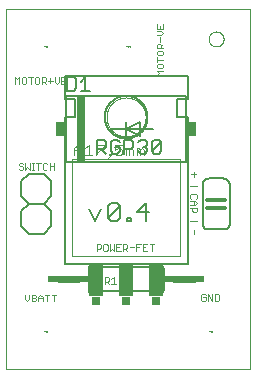
<source format=gto>
G75*
%MOIN*%
%OFA0B0*%
%FSLAX25Y25*%
%IPPOS*%
%LPD*%
%AMOC8*
5,1,8,0,0,1.08239X$1,22.5*
%
%ADD10C,0.00000*%
%ADD11C,0.00200*%
%ADD12C,0.00800*%
%ADD13C,0.00600*%
%ADD14C,0.01200*%
%ADD15C,0.00500*%
%ADD16R,0.03000X0.22000*%
%ADD17R,0.03500X0.05000*%
%ADD18C,0.00400*%
%ADD19R,0.03000X0.02500*%
%ADD20R,0.05000X0.11000*%
%ADD21C,0.02400*%
%ADD22R,0.03400X0.02400*%
D10*
X0001800Y0001800D02*
X0001800Y0121761D01*
X0083001Y0121761D01*
X0083001Y0001800D01*
X0001800Y0001800D01*
X0014300Y0014300D02*
X0014333Y0014333D01*
X0014367Y0014300D01*
X0014367Y0014400D01*
X0014392Y0014400D02*
X0014425Y0014400D01*
X0014409Y0014400D02*
X0014409Y0014300D01*
X0014425Y0014300D02*
X0014392Y0014300D01*
X0014453Y0014300D02*
X0014453Y0014400D01*
X0014503Y0014400D01*
X0014520Y0014383D01*
X0014520Y0014350D01*
X0014503Y0014333D01*
X0014453Y0014333D01*
X0014487Y0014333D02*
X0014520Y0014300D01*
X0014546Y0014300D02*
X0014612Y0014300D01*
X0014638Y0014300D02*
X0014638Y0014400D01*
X0014688Y0014400D01*
X0014704Y0014383D01*
X0014704Y0014350D01*
X0014688Y0014333D01*
X0014638Y0014333D01*
X0014579Y0014350D02*
X0014546Y0014350D01*
X0014546Y0014400D02*
X0014546Y0014300D01*
X0014546Y0014400D02*
X0014612Y0014400D01*
X0014730Y0014367D02*
X0014763Y0014400D01*
X0014796Y0014367D01*
X0014796Y0014300D01*
X0014822Y0014300D02*
X0014872Y0014300D01*
X0014888Y0014317D01*
X0014888Y0014383D01*
X0014872Y0014400D01*
X0014822Y0014400D01*
X0014822Y0014300D01*
X0014796Y0014350D02*
X0014730Y0014350D01*
X0014730Y0014367D02*
X0014730Y0014300D01*
X0014914Y0014350D02*
X0014981Y0014350D01*
X0014964Y0014300D02*
X0014964Y0014400D01*
X0014914Y0014350D01*
X0015023Y0014317D02*
X0015023Y0014300D01*
X0015039Y0014300D01*
X0015039Y0014317D01*
X0015023Y0014317D01*
X0015039Y0014300D02*
X0015006Y0014267D01*
X0015067Y0014300D02*
X0015134Y0014300D01*
X0015159Y0014317D02*
X0015176Y0014300D01*
X0015209Y0014300D01*
X0015226Y0014317D01*
X0015226Y0014333D01*
X0015209Y0014350D01*
X0015159Y0014350D01*
X0015159Y0014317D01*
X0015159Y0014350D02*
X0015193Y0014383D01*
X0015226Y0014400D01*
X0015251Y0014383D02*
X0015251Y0014317D01*
X0015268Y0014300D01*
X0015301Y0014300D01*
X0015318Y0014317D01*
X0015318Y0014383D01*
X0015301Y0014400D01*
X0015268Y0014400D01*
X0015251Y0014383D01*
X0015344Y0014367D02*
X0015377Y0014400D01*
X0015377Y0014300D01*
X0015344Y0014300D02*
X0015410Y0014300D01*
X0015436Y0014267D02*
X0015469Y0014300D01*
X0015452Y0014300D01*
X0015452Y0014317D01*
X0015469Y0014317D01*
X0015469Y0014300D01*
X0015497Y0014317D02*
X0015514Y0014300D01*
X0015547Y0014300D01*
X0015564Y0014317D01*
X0015564Y0014333D01*
X0015547Y0014350D01*
X0015497Y0014350D01*
X0015497Y0014317D01*
X0015497Y0014350D02*
X0015530Y0014383D01*
X0015564Y0014400D01*
X0015101Y0014400D02*
X0015101Y0014300D01*
X0015067Y0014367D02*
X0015101Y0014400D01*
X0014300Y0014400D02*
X0014300Y0014300D01*
X0035300Y0085800D02*
X0035302Y0085961D01*
X0035308Y0086121D01*
X0035318Y0086282D01*
X0035332Y0086442D01*
X0035350Y0086602D01*
X0035371Y0086761D01*
X0035397Y0086920D01*
X0035427Y0087078D01*
X0035460Y0087235D01*
X0035498Y0087392D01*
X0035539Y0087547D01*
X0035584Y0087701D01*
X0035633Y0087854D01*
X0035686Y0088006D01*
X0035742Y0088157D01*
X0035803Y0088306D01*
X0035866Y0088454D01*
X0035934Y0088600D01*
X0036005Y0088744D01*
X0036079Y0088886D01*
X0036157Y0089027D01*
X0036239Y0089165D01*
X0036324Y0089302D01*
X0036412Y0089436D01*
X0036504Y0089568D01*
X0036599Y0089698D01*
X0036697Y0089826D01*
X0036798Y0089951D01*
X0036902Y0090073D01*
X0037009Y0090193D01*
X0037119Y0090310D01*
X0037232Y0090425D01*
X0037348Y0090536D01*
X0037467Y0090645D01*
X0037588Y0090750D01*
X0037712Y0090853D01*
X0037838Y0090953D01*
X0037966Y0091049D01*
X0038097Y0091142D01*
X0038231Y0091232D01*
X0038366Y0091319D01*
X0038504Y0091402D01*
X0038643Y0091482D01*
X0038785Y0091558D01*
X0038928Y0091631D01*
X0039073Y0091700D01*
X0039220Y0091766D01*
X0039368Y0091828D01*
X0039518Y0091886D01*
X0039669Y0091941D01*
X0039822Y0091992D01*
X0039976Y0092039D01*
X0040131Y0092082D01*
X0040287Y0092121D01*
X0040443Y0092157D01*
X0040601Y0092188D01*
X0040759Y0092216D01*
X0040918Y0092240D01*
X0041078Y0092260D01*
X0041238Y0092276D01*
X0041398Y0092288D01*
X0041559Y0092296D01*
X0041720Y0092300D01*
X0041880Y0092300D01*
X0042041Y0092296D01*
X0042202Y0092288D01*
X0042362Y0092276D01*
X0042522Y0092260D01*
X0042682Y0092240D01*
X0042841Y0092216D01*
X0042999Y0092188D01*
X0043157Y0092157D01*
X0043313Y0092121D01*
X0043469Y0092082D01*
X0043624Y0092039D01*
X0043778Y0091992D01*
X0043931Y0091941D01*
X0044082Y0091886D01*
X0044232Y0091828D01*
X0044380Y0091766D01*
X0044527Y0091700D01*
X0044672Y0091631D01*
X0044815Y0091558D01*
X0044957Y0091482D01*
X0045096Y0091402D01*
X0045234Y0091319D01*
X0045369Y0091232D01*
X0045503Y0091142D01*
X0045634Y0091049D01*
X0045762Y0090953D01*
X0045888Y0090853D01*
X0046012Y0090750D01*
X0046133Y0090645D01*
X0046252Y0090536D01*
X0046368Y0090425D01*
X0046481Y0090310D01*
X0046591Y0090193D01*
X0046698Y0090073D01*
X0046802Y0089951D01*
X0046903Y0089826D01*
X0047001Y0089698D01*
X0047096Y0089568D01*
X0047188Y0089436D01*
X0047276Y0089302D01*
X0047361Y0089165D01*
X0047443Y0089027D01*
X0047521Y0088886D01*
X0047595Y0088744D01*
X0047666Y0088600D01*
X0047734Y0088454D01*
X0047797Y0088306D01*
X0047858Y0088157D01*
X0047914Y0088006D01*
X0047967Y0087854D01*
X0048016Y0087701D01*
X0048061Y0087547D01*
X0048102Y0087392D01*
X0048140Y0087235D01*
X0048173Y0087078D01*
X0048203Y0086920D01*
X0048229Y0086761D01*
X0048250Y0086602D01*
X0048268Y0086442D01*
X0048282Y0086282D01*
X0048292Y0086121D01*
X0048298Y0085961D01*
X0048300Y0085800D01*
X0048298Y0085639D01*
X0048292Y0085479D01*
X0048282Y0085318D01*
X0048268Y0085158D01*
X0048250Y0084998D01*
X0048229Y0084839D01*
X0048203Y0084680D01*
X0048173Y0084522D01*
X0048140Y0084365D01*
X0048102Y0084208D01*
X0048061Y0084053D01*
X0048016Y0083899D01*
X0047967Y0083746D01*
X0047914Y0083594D01*
X0047858Y0083443D01*
X0047797Y0083294D01*
X0047734Y0083146D01*
X0047666Y0083000D01*
X0047595Y0082856D01*
X0047521Y0082714D01*
X0047443Y0082573D01*
X0047361Y0082435D01*
X0047276Y0082298D01*
X0047188Y0082164D01*
X0047096Y0082032D01*
X0047001Y0081902D01*
X0046903Y0081774D01*
X0046802Y0081649D01*
X0046698Y0081527D01*
X0046591Y0081407D01*
X0046481Y0081290D01*
X0046368Y0081175D01*
X0046252Y0081064D01*
X0046133Y0080955D01*
X0046012Y0080850D01*
X0045888Y0080747D01*
X0045762Y0080647D01*
X0045634Y0080551D01*
X0045503Y0080458D01*
X0045369Y0080368D01*
X0045234Y0080281D01*
X0045096Y0080198D01*
X0044957Y0080118D01*
X0044815Y0080042D01*
X0044672Y0079969D01*
X0044527Y0079900D01*
X0044380Y0079834D01*
X0044232Y0079772D01*
X0044082Y0079714D01*
X0043931Y0079659D01*
X0043778Y0079608D01*
X0043624Y0079561D01*
X0043469Y0079518D01*
X0043313Y0079479D01*
X0043157Y0079443D01*
X0042999Y0079412D01*
X0042841Y0079384D01*
X0042682Y0079360D01*
X0042522Y0079340D01*
X0042362Y0079324D01*
X0042202Y0079312D01*
X0042041Y0079304D01*
X0041880Y0079300D01*
X0041720Y0079300D01*
X0041559Y0079304D01*
X0041398Y0079312D01*
X0041238Y0079324D01*
X0041078Y0079340D01*
X0040918Y0079360D01*
X0040759Y0079384D01*
X0040601Y0079412D01*
X0040443Y0079443D01*
X0040287Y0079479D01*
X0040131Y0079518D01*
X0039976Y0079561D01*
X0039822Y0079608D01*
X0039669Y0079659D01*
X0039518Y0079714D01*
X0039368Y0079772D01*
X0039220Y0079834D01*
X0039073Y0079900D01*
X0038928Y0079969D01*
X0038785Y0080042D01*
X0038643Y0080118D01*
X0038504Y0080198D01*
X0038366Y0080281D01*
X0038231Y0080368D01*
X0038097Y0080458D01*
X0037966Y0080551D01*
X0037838Y0080647D01*
X0037712Y0080747D01*
X0037588Y0080850D01*
X0037467Y0080955D01*
X0037348Y0081064D01*
X0037232Y0081175D01*
X0037119Y0081290D01*
X0037009Y0081407D01*
X0036902Y0081527D01*
X0036798Y0081649D01*
X0036697Y0081774D01*
X0036599Y0081902D01*
X0036504Y0082032D01*
X0036412Y0082164D01*
X0036324Y0082298D01*
X0036239Y0082435D01*
X0036157Y0082573D01*
X0036079Y0082714D01*
X0036005Y0082856D01*
X0035934Y0083000D01*
X0035866Y0083146D01*
X0035803Y0083294D01*
X0035742Y0083443D01*
X0035686Y0083594D01*
X0035633Y0083746D01*
X0035584Y0083899D01*
X0035539Y0084053D01*
X0035498Y0084208D01*
X0035460Y0084365D01*
X0035427Y0084522D01*
X0035397Y0084680D01*
X0035371Y0084839D01*
X0035350Y0084998D01*
X0035332Y0085158D01*
X0035318Y0085318D01*
X0035308Y0085479D01*
X0035302Y0085639D01*
X0035300Y0085800D01*
X0041800Y0109300D02*
X0041833Y0109333D01*
X0041867Y0109300D01*
X0041867Y0109400D01*
X0041892Y0109400D02*
X0041925Y0109400D01*
X0041909Y0109400D02*
X0041909Y0109300D01*
X0041925Y0109300D02*
X0041892Y0109300D01*
X0041953Y0109300D02*
X0041953Y0109400D01*
X0042003Y0109400D01*
X0042020Y0109383D01*
X0042020Y0109350D01*
X0042003Y0109333D01*
X0041953Y0109333D01*
X0041987Y0109333D02*
X0042020Y0109300D01*
X0042046Y0109300D02*
X0042112Y0109300D01*
X0042138Y0109300D02*
X0042138Y0109400D01*
X0042188Y0109400D01*
X0042204Y0109383D01*
X0042204Y0109350D01*
X0042188Y0109333D01*
X0042138Y0109333D01*
X0042079Y0109350D02*
X0042046Y0109350D01*
X0042046Y0109400D02*
X0042046Y0109300D01*
X0042046Y0109400D02*
X0042112Y0109400D01*
X0042230Y0109367D02*
X0042263Y0109400D01*
X0042296Y0109367D01*
X0042296Y0109300D01*
X0042322Y0109300D02*
X0042372Y0109300D01*
X0042388Y0109317D01*
X0042388Y0109383D01*
X0042372Y0109400D01*
X0042322Y0109400D01*
X0042322Y0109300D01*
X0042296Y0109350D02*
X0042230Y0109350D01*
X0042230Y0109367D02*
X0042230Y0109300D01*
X0042414Y0109350D02*
X0042481Y0109350D01*
X0042464Y0109300D02*
X0042464Y0109400D01*
X0042414Y0109350D01*
X0042523Y0109317D02*
X0042523Y0109300D01*
X0042539Y0109300D01*
X0042539Y0109317D01*
X0042523Y0109317D01*
X0042539Y0109300D02*
X0042506Y0109267D01*
X0042567Y0109300D02*
X0042634Y0109300D01*
X0042659Y0109317D02*
X0042676Y0109300D01*
X0042709Y0109300D01*
X0042726Y0109317D01*
X0042726Y0109333D01*
X0042709Y0109350D01*
X0042659Y0109350D01*
X0042659Y0109317D01*
X0042659Y0109350D02*
X0042693Y0109383D01*
X0042726Y0109400D01*
X0042751Y0109383D02*
X0042751Y0109317D01*
X0042768Y0109300D01*
X0042801Y0109300D01*
X0042818Y0109317D01*
X0042818Y0109383D01*
X0042801Y0109400D01*
X0042768Y0109400D01*
X0042751Y0109383D01*
X0042844Y0109367D02*
X0042877Y0109400D01*
X0042877Y0109300D01*
X0042844Y0109300D02*
X0042910Y0109300D01*
X0042936Y0109267D02*
X0042969Y0109300D01*
X0042952Y0109300D01*
X0042952Y0109317D01*
X0042969Y0109317D01*
X0042969Y0109300D01*
X0042997Y0109317D02*
X0043014Y0109300D01*
X0043047Y0109300D01*
X0043064Y0109317D01*
X0043064Y0109333D01*
X0043047Y0109350D01*
X0042997Y0109350D01*
X0042997Y0109317D01*
X0042997Y0109350D02*
X0043030Y0109383D01*
X0043064Y0109400D01*
X0042601Y0109400D02*
X0042601Y0109300D01*
X0042567Y0109367D02*
X0042601Y0109400D01*
X0041800Y0109400D02*
X0041800Y0109300D01*
X0015564Y0109317D02*
X0015564Y0109333D01*
X0015547Y0109350D01*
X0015497Y0109350D01*
X0015497Y0109317D01*
X0015514Y0109300D01*
X0015547Y0109300D01*
X0015564Y0109317D01*
X0015530Y0109383D02*
X0015497Y0109350D01*
X0015469Y0109317D02*
X0015452Y0109317D01*
X0015452Y0109300D01*
X0015469Y0109300D01*
X0015469Y0109317D01*
X0015469Y0109300D02*
X0015436Y0109267D01*
X0015410Y0109300D02*
X0015344Y0109300D01*
X0015318Y0109317D02*
X0015318Y0109383D01*
X0015301Y0109400D01*
X0015268Y0109400D01*
X0015251Y0109383D01*
X0015251Y0109317D01*
X0015268Y0109300D01*
X0015301Y0109300D01*
X0015318Y0109317D01*
X0015344Y0109367D02*
X0015377Y0109400D01*
X0015377Y0109300D01*
X0015226Y0109317D02*
X0015226Y0109333D01*
X0015209Y0109350D01*
X0015159Y0109350D01*
X0015159Y0109317D01*
X0015176Y0109300D01*
X0015209Y0109300D01*
X0015226Y0109317D01*
X0015193Y0109383D02*
X0015159Y0109350D01*
X0015193Y0109383D02*
X0015226Y0109400D01*
X0015101Y0109400D02*
X0015101Y0109300D01*
X0015134Y0109300D02*
X0015067Y0109300D01*
X0015039Y0109300D02*
X0015023Y0109300D01*
X0015023Y0109317D01*
X0015039Y0109317D01*
X0015039Y0109300D01*
X0015006Y0109267D01*
X0014964Y0109300D02*
X0014964Y0109400D01*
X0014914Y0109350D01*
X0014981Y0109350D01*
X0015067Y0109367D02*
X0015101Y0109400D01*
X0014888Y0109383D02*
X0014872Y0109400D01*
X0014822Y0109400D01*
X0014822Y0109300D01*
X0014872Y0109300D01*
X0014888Y0109317D01*
X0014888Y0109383D01*
X0014796Y0109367D02*
X0014796Y0109300D01*
X0014796Y0109350D02*
X0014730Y0109350D01*
X0014730Y0109367D02*
X0014763Y0109400D01*
X0014796Y0109367D01*
X0014730Y0109367D02*
X0014730Y0109300D01*
X0014688Y0109333D02*
X0014638Y0109333D01*
X0014638Y0109300D02*
X0014638Y0109400D01*
X0014688Y0109400D01*
X0014704Y0109383D01*
X0014704Y0109350D01*
X0014688Y0109333D01*
X0014612Y0109300D02*
X0014546Y0109300D01*
X0014546Y0109400D01*
X0014612Y0109400D01*
X0014579Y0109350D02*
X0014546Y0109350D01*
X0014520Y0109350D02*
X0014503Y0109333D01*
X0014453Y0109333D01*
X0014453Y0109300D02*
X0014453Y0109400D01*
X0014503Y0109400D01*
X0014520Y0109383D01*
X0014520Y0109350D01*
X0014487Y0109333D02*
X0014520Y0109300D01*
X0014425Y0109300D02*
X0014392Y0109300D01*
X0014409Y0109300D02*
X0014409Y0109400D01*
X0014425Y0109400D02*
X0014392Y0109400D01*
X0014367Y0109400D02*
X0014367Y0109300D01*
X0014333Y0109333D01*
X0014300Y0109300D01*
X0014300Y0109400D01*
X0015530Y0109383D02*
X0015564Y0109400D01*
X0069300Y0111800D02*
X0069302Y0111899D01*
X0069308Y0111999D01*
X0069318Y0112098D01*
X0069332Y0112196D01*
X0069349Y0112294D01*
X0069371Y0112391D01*
X0069396Y0112487D01*
X0069425Y0112582D01*
X0069458Y0112676D01*
X0069495Y0112768D01*
X0069535Y0112859D01*
X0069579Y0112948D01*
X0069627Y0113036D01*
X0069678Y0113121D01*
X0069732Y0113204D01*
X0069789Y0113286D01*
X0069850Y0113364D01*
X0069914Y0113441D01*
X0069980Y0113514D01*
X0070050Y0113585D01*
X0070122Y0113653D01*
X0070197Y0113719D01*
X0070275Y0113781D01*
X0070355Y0113840D01*
X0070437Y0113896D01*
X0070521Y0113948D01*
X0070608Y0113997D01*
X0070696Y0114043D01*
X0070786Y0114085D01*
X0070878Y0114124D01*
X0070971Y0114159D01*
X0071065Y0114190D01*
X0071161Y0114217D01*
X0071258Y0114240D01*
X0071355Y0114260D01*
X0071453Y0114276D01*
X0071552Y0114288D01*
X0071651Y0114296D01*
X0071750Y0114300D01*
X0071850Y0114300D01*
X0071949Y0114296D01*
X0072048Y0114288D01*
X0072147Y0114276D01*
X0072245Y0114260D01*
X0072342Y0114240D01*
X0072439Y0114217D01*
X0072535Y0114190D01*
X0072629Y0114159D01*
X0072722Y0114124D01*
X0072814Y0114085D01*
X0072904Y0114043D01*
X0072992Y0113997D01*
X0073079Y0113948D01*
X0073163Y0113896D01*
X0073245Y0113840D01*
X0073325Y0113781D01*
X0073403Y0113719D01*
X0073478Y0113653D01*
X0073550Y0113585D01*
X0073620Y0113514D01*
X0073686Y0113441D01*
X0073750Y0113364D01*
X0073811Y0113286D01*
X0073868Y0113204D01*
X0073922Y0113121D01*
X0073973Y0113036D01*
X0074021Y0112948D01*
X0074065Y0112859D01*
X0074105Y0112768D01*
X0074142Y0112676D01*
X0074175Y0112582D01*
X0074204Y0112487D01*
X0074229Y0112391D01*
X0074251Y0112294D01*
X0074268Y0112196D01*
X0074282Y0112098D01*
X0074292Y0111999D01*
X0074298Y0111899D01*
X0074300Y0111800D01*
X0074298Y0111701D01*
X0074292Y0111601D01*
X0074282Y0111502D01*
X0074268Y0111404D01*
X0074251Y0111306D01*
X0074229Y0111209D01*
X0074204Y0111113D01*
X0074175Y0111018D01*
X0074142Y0110924D01*
X0074105Y0110832D01*
X0074065Y0110741D01*
X0074021Y0110652D01*
X0073973Y0110564D01*
X0073922Y0110479D01*
X0073868Y0110396D01*
X0073811Y0110314D01*
X0073750Y0110236D01*
X0073686Y0110159D01*
X0073620Y0110086D01*
X0073550Y0110015D01*
X0073478Y0109947D01*
X0073403Y0109881D01*
X0073325Y0109819D01*
X0073245Y0109760D01*
X0073163Y0109704D01*
X0073079Y0109652D01*
X0072992Y0109603D01*
X0072904Y0109557D01*
X0072814Y0109515D01*
X0072722Y0109476D01*
X0072629Y0109441D01*
X0072535Y0109410D01*
X0072439Y0109383D01*
X0072342Y0109360D01*
X0072245Y0109340D01*
X0072147Y0109324D01*
X0072048Y0109312D01*
X0071949Y0109304D01*
X0071850Y0109300D01*
X0071750Y0109300D01*
X0071651Y0109304D01*
X0071552Y0109312D01*
X0071453Y0109324D01*
X0071355Y0109340D01*
X0071258Y0109360D01*
X0071161Y0109383D01*
X0071065Y0109410D01*
X0070971Y0109441D01*
X0070878Y0109476D01*
X0070786Y0109515D01*
X0070696Y0109557D01*
X0070608Y0109603D01*
X0070521Y0109652D01*
X0070437Y0109704D01*
X0070355Y0109760D01*
X0070275Y0109819D01*
X0070197Y0109881D01*
X0070122Y0109947D01*
X0070050Y0110015D01*
X0069980Y0110086D01*
X0069914Y0110159D01*
X0069850Y0110236D01*
X0069789Y0110314D01*
X0069732Y0110396D01*
X0069678Y0110479D01*
X0069627Y0110564D01*
X0069579Y0110652D01*
X0069535Y0110741D01*
X0069495Y0110832D01*
X0069458Y0110924D01*
X0069425Y0111018D01*
X0069396Y0111113D01*
X0069371Y0111209D01*
X0069349Y0111306D01*
X0069332Y0111404D01*
X0069318Y0111502D01*
X0069308Y0111601D01*
X0069302Y0111701D01*
X0069300Y0111800D01*
X0069300Y0014400D02*
X0069300Y0014300D01*
X0069333Y0014333D01*
X0069367Y0014300D01*
X0069367Y0014400D01*
X0069392Y0014400D02*
X0069425Y0014400D01*
X0069409Y0014400D02*
X0069409Y0014300D01*
X0069425Y0014300D02*
X0069392Y0014300D01*
X0069453Y0014300D02*
X0069453Y0014400D01*
X0069503Y0014400D01*
X0069520Y0014383D01*
X0069520Y0014350D01*
X0069503Y0014333D01*
X0069453Y0014333D01*
X0069487Y0014333D02*
X0069520Y0014300D01*
X0069546Y0014300D02*
X0069612Y0014300D01*
X0069638Y0014300D02*
X0069638Y0014400D01*
X0069688Y0014400D01*
X0069704Y0014383D01*
X0069704Y0014350D01*
X0069688Y0014333D01*
X0069638Y0014333D01*
X0069579Y0014350D02*
X0069546Y0014350D01*
X0069546Y0014400D02*
X0069546Y0014300D01*
X0069546Y0014400D02*
X0069612Y0014400D01*
X0069730Y0014367D02*
X0069763Y0014400D01*
X0069796Y0014367D01*
X0069796Y0014300D01*
X0069822Y0014300D02*
X0069872Y0014300D01*
X0069888Y0014317D01*
X0069888Y0014383D01*
X0069872Y0014400D01*
X0069822Y0014400D01*
X0069822Y0014300D01*
X0069796Y0014350D02*
X0069730Y0014350D01*
X0069730Y0014367D02*
X0069730Y0014300D01*
X0069914Y0014350D02*
X0069981Y0014350D01*
X0069964Y0014300D02*
X0069964Y0014400D01*
X0069914Y0014350D01*
X0070023Y0014317D02*
X0070023Y0014300D01*
X0070039Y0014300D01*
X0070039Y0014317D01*
X0070023Y0014317D01*
X0070039Y0014300D02*
X0070006Y0014267D01*
X0070067Y0014300D02*
X0070134Y0014300D01*
X0070159Y0014317D02*
X0070176Y0014300D01*
X0070209Y0014300D01*
X0070226Y0014317D01*
X0070226Y0014333D01*
X0070209Y0014350D01*
X0070159Y0014350D01*
X0070159Y0014317D01*
X0070159Y0014350D02*
X0070193Y0014383D01*
X0070226Y0014400D01*
X0070251Y0014383D02*
X0070251Y0014317D01*
X0070268Y0014300D01*
X0070301Y0014300D01*
X0070318Y0014317D01*
X0070318Y0014383D01*
X0070301Y0014400D01*
X0070268Y0014400D01*
X0070251Y0014383D01*
X0070344Y0014367D02*
X0070377Y0014400D01*
X0070377Y0014300D01*
X0070344Y0014300D02*
X0070410Y0014300D01*
X0070436Y0014267D02*
X0070469Y0014300D01*
X0070452Y0014300D01*
X0070452Y0014317D01*
X0070469Y0014317D01*
X0070469Y0014300D01*
X0070497Y0014317D02*
X0070514Y0014300D01*
X0070547Y0014300D01*
X0070564Y0014317D01*
X0070564Y0014333D01*
X0070547Y0014350D01*
X0070497Y0014350D01*
X0070497Y0014317D01*
X0070497Y0014350D02*
X0070530Y0014383D01*
X0070564Y0014400D01*
X0070101Y0014400D02*
X0070101Y0014300D01*
X0070067Y0014367D02*
X0070101Y0014400D01*
D11*
X0070531Y0024539D02*
X0070531Y0026740D01*
X0071273Y0026740D02*
X0072374Y0026740D01*
X0072741Y0026373D01*
X0072741Y0024906D01*
X0072374Y0024539D01*
X0071273Y0024539D01*
X0071273Y0026740D01*
X0069063Y0026740D02*
X0069063Y0024539D01*
X0068321Y0024906D02*
X0068321Y0025640D01*
X0067587Y0025640D01*
X0068321Y0026373D02*
X0067954Y0026740D01*
X0067220Y0026740D01*
X0066853Y0026373D01*
X0066853Y0024906D01*
X0067220Y0024539D01*
X0067954Y0024539D01*
X0068321Y0024906D01*
X0069063Y0026740D02*
X0070531Y0024539D01*
X0059800Y0039300D02*
X0059800Y0071800D01*
X0023800Y0071800D01*
X0023800Y0039300D01*
X0059800Y0039300D01*
X0064301Y0046761D02*
X0064301Y0048229D01*
X0065402Y0051175D02*
X0063200Y0051175D01*
X0064301Y0054127D02*
X0063934Y0054494D01*
X0063934Y0055595D01*
X0063200Y0055595D02*
X0065402Y0055595D01*
X0065402Y0054494D01*
X0065035Y0054127D01*
X0064301Y0054127D01*
X0064301Y0056337D02*
X0064301Y0057805D01*
X0064668Y0057805D02*
X0065402Y0057071D01*
X0064668Y0056337D01*
X0063200Y0056337D01*
X0063200Y0057805D02*
X0064668Y0057805D01*
X0065035Y0058547D02*
X0065402Y0058914D01*
X0065402Y0059648D01*
X0065035Y0060015D01*
X0063567Y0060015D01*
X0063200Y0059648D01*
X0063200Y0058914D01*
X0063567Y0058547D01*
X0063200Y0062961D02*
X0065402Y0062961D01*
X0064301Y0065913D02*
X0064301Y0067381D01*
X0065035Y0066647D02*
X0063567Y0066647D01*
X0051102Y0043402D02*
X0049635Y0043402D01*
X0050369Y0043402D02*
X0050369Y0041200D01*
X0048893Y0041200D02*
X0047425Y0041200D01*
X0047425Y0043402D01*
X0048893Y0043402D01*
X0048159Y0042301D02*
X0047425Y0042301D01*
X0046683Y0043402D02*
X0045215Y0043402D01*
X0045215Y0041200D01*
X0045215Y0042301D02*
X0045949Y0042301D01*
X0044473Y0042301D02*
X0043005Y0042301D01*
X0042263Y0042301D02*
X0041896Y0041934D01*
X0040795Y0041934D01*
X0041529Y0041934D02*
X0042263Y0041200D01*
X0042263Y0042301D02*
X0042263Y0043035D01*
X0041896Y0043402D01*
X0040795Y0043402D01*
X0040795Y0041200D01*
X0040053Y0041200D02*
X0038585Y0041200D01*
X0038585Y0043402D01*
X0040053Y0043402D01*
X0039319Y0042301D02*
X0038585Y0042301D01*
X0037843Y0041200D02*
X0037843Y0043402D01*
X0036375Y0043402D02*
X0036375Y0041200D01*
X0037109Y0041934D01*
X0037843Y0041200D01*
X0035633Y0041567D02*
X0035633Y0043035D01*
X0035266Y0043402D01*
X0034532Y0043402D01*
X0034165Y0043035D01*
X0034165Y0041567D01*
X0034532Y0041200D01*
X0035266Y0041200D01*
X0035633Y0041567D01*
X0033423Y0042301D02*
X0033056Y0041934D01*
X0031956Y0041934D01*
X0031956Y0041200D02*
X0031956Y0043402D01*
X0033056Y0043402D01*
X0033423Y0043035D01*
X0033423Y0042301D01*
X0034690Y0032402D02*
X0035791Y0032402D01*
X0036158Y0032035D01*
X0036158Y0031301D01*
X0035791Y0030934D01*
X0034690Y0030934D01*
X0034690Y0030200D02*
X0034690Y0032402D01*
X0035424Y0030934D02*
X0036158Y0030200D01*
X0036900Y0030200D02*
X0038368Y0030200D01*
X0037634Y0030200D02*
X0037634Y0032402D01*
X0036900Y0031668D01*
X0018415Y0026563D02*
X0016947Y0026563D01*
X0017681Y0026563D02*
X0017681Y0024361D01*
X0016205Y0026563D02*
X0014737Y0026563D01*
X0015471Y0026563D02*
X0015471Y0024361D01*
X0013995Y0024361D02*
X0013995Y0025829D01*
X0013261Y0026563D01*
X0012527Y0025829D01*
X0012527Y0024361D01*
X0011785Y0024728D02*
X0011418Y0024361D01*
X0010317Y0024361D01*
X0010317Y0026563D01*
X0011418Y0026563D01*
X0011785Y0026196D01*
X0011785Y0025829D01*
X0011418Y0025462D01*
X0010317Y0025462D01*
X0009575Y0025095D02*
X0009575Y0026563D01*
X0009575Y0025095D02*
X0008842Y0024361D01*
X0008108Y0025095D01*
X0008108Y0026563D01*
X0011418Y0025462D02*
X0011785Y0025095D01*
X0011785Y0024728D01*
X0012527Y0025462D02*
X0013995Y0025462D01*
X0014438Y0068235D02*
X0014071Y0068602D01*
X0014071Y0070070D01*
X0014438Y0070437D01*
X0015172Y0070437D01*
X0015539Y0070070D01*
X0016281Y0070437D02*
X0016281Y0068235D01*
X0015539Y0068602D02*
X0015172Y0068235D01*
X0014438Y0068235D01*
X0016281Y0069336D02*
X0017749Y0069336D01*
X0017749Y0070437D02*
X0017749Y0068235D01*
X0013330Y0070437D02*
X0011862Y0070437D01*
X0012596Y0070437D02*
X0012596Y0068235D01*
X0011122Y0068235D02*
X0010388Y0068235D01*
X0010755Y0068235D02*
X0010755Y0070437D01*
X0010388Y0070437D02*
X0011122Y0070437D01*
X0009646Y0070437D02*
X0009646Y0068235D01*
X0008912Y0068969D01*
X0008178Y0068235D01*
X0008178Y0070437D01*
X0007436Y0070070D02*
X0007070Y0070437D01*
X0006336Y0070437D01*
X0005969Y0070070D01*
X0005969Y0069703D01*
X0006336Y0069336D01*
X0007070Y0069336D01*
X0007436Y0068969D01*
X0007436Y0068602D01*
X0007070Y0068235D01*
X0006336Y0068235D01*
X0005969Y0068602D01*
X0006261Y0096861D02*
X0006261Y0099063D01*
X0005527Y0098329D01*
X0004793Y0099063D01*
X0004793Y0096861D01*
X0007003Y0097228D02*
X0007370Y0096861D01*
X0008104Y0096861D01*
X0008471Y0097228D01*
X0008471Y0098696D01*
X0008104Y0099063D01*
X0007370Y0099063D01*
X0007003Y0098696D01*
X0007003Y0097228D01*
X0009212Y0099063D02*
X0010680Y0099063D01*
X0009946Y0099063D02*
X0009946Y0096861D01*
X0011422Y0097228D02*
X0011789Y0096861D01*
X0012523Y0096861D01*
X0012890Y0097228D01*
X0012890Y0098696D01*
X0012523Y0099063D01*
X0011789Y0099063D01*
X0011422Y0098696D01*
X0011422Y0097228D01*
X0013632Y0096861D02*
X0013632Y0099063D01*
X0014733Y0099063D01*
X0015100Y0098696D01*
X0015100Y0097962D01*
X0014733Y0097595D01*
X0013632Y0097595D01*
X0014366Y0097595D02*
X0015100Y0096861D01*
X0015842Y0097962D02*
X0017310Y0097962D01*
X0018052Y0097595D02*
X0018786Y0096861D01*
X0019520Y0097595D01*
X0019520Y0099063D01*
X0020262Y0099063D02*
X0020262Y0096861D01*
X0021730Y0096861D01*
X0020996Y0097962D02*
X0020262Y0097962D01*
X0020262Y0099063D02*
X0021730Y0099063D01*
X0018052Y0099063D02*
X0018052Y0097595D01*
X0016576Y0097228D02*
X0016576Y0098696D01*
X0052037Y0099793D02*
X0052771Y0100527D01*
X0052037Y0101261D01*
X0054239Y0101261D01*
X0053872Y0102003D02*
X0054239Y0102370D01*
X0054239Y0103104D01*
X0053872Y0103471D01*
X0052404Y0103471D01*
X0052037Y0103104D01*
X0052037Y0102370D01*
X0052404Y0102003D01*
X0053872Y0102003D01*
X0054239Y0099793D02*
X0052037Y0099793D01*
X0052037Y0104212D02*
X0052037Y0105680D01*
X0052037Y0104946D02*
X0054239Y0104946D01*
X0053872Y0106422D02*
X0052404Y0106422D01*
X0052037Y0106789D01*
X0052037Y0107523D01*
X0052404Y0107890D01*
X0053872Y0107890D01*
X0054239Y0107523D01*
X0054239Y0106789D01*
X0053872Y0106422D01*
X0054239Y0108632D02*
X0052037Y0108632D01*
X0052037Y0109733D01*
X0052404Y0110100D01*
X0053138Y0110100D01*
X0053505Y0109733D01*
X0053505Y0108632D01*
X0053505Y0109366D02*
X0054239Y0110100D01*
X0053138Y0110842D02*
X0053138Y0112310D01*
X0053505Y0113052D02*
X0054239Y0113786D01*
X0053505Y0114520D01*
X0052037Y0114520D01*
X0052037Y0115262D02*
X0054239Y0115262D01*
X0054239Y0116730D01*
X0053138Y0115996D02*
X0053138Y0115262D01*
X0052037Y0115262D02*
X0052037Y0116730D01*
X0052037Y0113052D02*
X0053505Y0113052D01*
D12*
X0048562Y0057264D02*
X0045459Y0054161D01*
X0049596Y0054161D01*
X0048562Y0051058D02*
X0048562Y0057264D01*
X0043271Y0052092D02*
X0043271Y0051058D01*
X0042237Y0051058D01*
X0042237Y0052092D01*
X0043271Y0052092D01*
X0039928Y0052092D02*
X0038894Y0051058D01*
X0036825Y0051058D01*
X0035791Y0052092D01*
X0039928Y0056229D01*
X0039928Y0052092D01*
X0039928Y0056229D02*
X0038894Y0057264D01*
X0036825Y0057264D01*
X0035791Y0056229D01*
X0035791Y0052092D01*
X0033482Y0055195D02*
X0031414Y0051058D01*
X0029346Y0055195D01*
D13*
X0021800Y0070800D02*
X0061800Y0070800D01*
X0061800Y0092800D01*
X0021800Y0092800D01*
X0021800Y0070800D01*
X0016800Y0064300D02*
X0016800Y0059300D01*
X0014300Y0056800D01*
X0016800Y0054300D01*
X0016800Y0049300D01*
X0014300Y0046800D01*
X0009300Y0046800D01*
X0006800Y0049300D01*
X0006800Y0054300D01*
X0009300Y0056800D01*
X0006800Y0059300D01*
X0006800Y0064300D01*
X0009300Y0066800D01*
X0014300Y0066800D01*
X0016800Y0064300D01*
X0014300Y0056800D02*
X0009300Y0056800D01*
X0021300Y0036800D02*
X0021300Y0085800D01*
X0024800Y0085800D01*
X0024800Y0091800D01*
X0021300Y0091800D01*
X0021300Y0099300D01*
X0062300Y0099300D01*
X0062300Y0091800D01*
X0058800Y0091800D01*
X0058800Y0085800D01*
X0062300Y0085800D01*
X0062300Y0036800D01*
X0021300Y0036800D01*
X0029300Y0035300D02*
X0029300Y0028300D01*
X0029302Y0028240D01*
X0029307Y0028179D01*
X0029316Y0028120D01*
X0029329Y0028061D01*
X0029345Y0028002D01*
X0029365Y0027945D01*
X0029388Y0027890D01*
X0029415Y0027835D01*
X0029444Y0027783D01*
X0029477Y0027732D01*
X0029513Y0027683D01*
X0029551Y0027637D01*
X0029593Y0027593D01*
X0029637Y0027551D01*
X0029683Y0027513D01*
X0029732Y0027477D01*
X0029783Y0027444D01*
X0029835Y0027415D01*
X0029890Y0027388D01*
X0029945Y0027365D01*
X0030002Y0027345D01*
X0030061Y0027329D01*
X0030120Y0027316D01*
X0030179Y0027307D01*
X0030240Y0027302D01*
X0030300Y0027300D01*
X0031800Y0027300D01*
X0032300Y0027800D01*
X0051300Y0027800D01*
X0051800Y0027300D01*
X0053300Y0027300D01*
X0053360Y0027302D01*
X0053421Y0027307D01*
X0053480Y0027316D01*
X0053539Y0027329D01*
X0053598Y0027345D01*
X0053655Y0027365D01*
X0053710Y0027388D01*
X0053765Y0027415D01*
X0053817Y0027444D01*
X0053868Y0027477D01*
X0053917Y0027513D01*
X0053963Y0027551D01*
X0054007Y0027593D01*
X0054049Y0027637D01*
X0054087Y0027683D01*
X0054123Y0027732D01*
X0054156Y0027783D01*
X0054185Y0027835D01*
X0054212Y0027890D01*
X0054235Y0027945D01*
X0054255Y0028002D01*
X0054271Y0028061D01*
X0054284Y0028120D01*
X0054293Y0028179D01*
X0054298Y0028240D01*
X0054300Y0028300D01*
X0054300Y0035300D01*
X0054298Y0035360D01*
X0054293Y0035421D01*
X0054284Y0035480D01*
X0054271Y0035539D01*
X0054255Y0035598D01*
X0054235Y0035655D01*
X0054212Y0035710D01*
X0054185Y0035765D01*
X0054156Y0035817D01*
X0054123Y0035868D01*
X0054087Y0035917D01*
X0054049Y0035963D01*
X0054007Y0036007D01*
X0053963Y0036049D01*
X0053917Y0036087D01*
X0053868Y0036123D01*
X0053817Y0036156D01*
X0053765Y0036185D01*
X0053710Y0036212D01*
X0053655Y0036235D01*
X0053598Y0036255D01*
X0053539Y0036271D01*
X0053480Y0036284D01*
X0053421Y0036293D01*
X0053360Y0036298D01*
X0053300Y0036300D01*
X0051800Y0036300D01*
X0051300Y0035800D01*
X0032300Y0035800D01*
X0031800Y0036300D01*
X0030300Y0036300D01*
X0030240Y0036298D01*
X0030179Y0036293D01*
X0030120Y0036284D01*
X0030061Y0036271D01*
X0030002Y0036255D01*
X0029945Y0036235D01*
X0029890Y0036212D01*
X0029835Y0036185D01*
X0029783Y0036156D01*
X0029732Y0036123D01*
X0029683Y0036087D01*
X0029637Y0036049D01*
X0029593Y0036007D01*
X0029551Y0035963D01*
X0029513Y0035917D01*
X0029477Y0035868D01*
X0029444Y0035817D01*
X0029415Y0035765D01*
X0029388Y0035710D01*
X0029365Y0035655D01*
X0029345Y0035598D01*
X0029329Y0035539D01*
X0029316Y0035480D01*
X0029307Y0035421D01*
X0029302Y0035360D01*
X0029300Y0035300D01*
X0041800Y0079500D02*
X0041800Y0081800D01*
X0050800Y0081800D01*
X0046300Y0079500D02*
X0041800Y0081800D01*
X0046300Y0084100D01*
X0046300Y0079500D01*
X0041800Y0081800D02*
X0041800Y0084100D01*
X0034700Y0085800D02*
X0034702Y0085974D01*
X0034709Y0086148D01*
X0034719Y0086322D01*
X0034734Y0086496D01*
X0034753Y0086669D01*
X0034777Y0086842D01*
X0034805Y0087014D01*
X0034836Y0087185D01*
X0034873Y0087356D01*
X0034913Y0087525D01*
X0034957Y0087694D01*
X0035006Y0087861D01*
X0035058Y0088027D01*
X0035115Y0088192D01*
X0035176Y0088355D01*
X0035240Y0088517D01*
X0035309Y0088677D01*
X0035382Y0088836D01*
X0035458Y0088992D01*
X0035538Y0089147D01*
X0035622Y0089300D01*
X0035710Y0089450D01*
X0035802Y0089598D01*
X0035897Y0089745D01*
X0035995Y0089888D01*
X0036097Y0090029D01*
X0036203Y0090168D01*
X0036312Y0090304D01*
X0036424Y0090438D01*
X0036539Y0090568D01*
X0036658Y0090696D01*
X0036780Y0090820D01*
X0036904Y0090942D01*
X0037032Y0091061D01*
X0037162Y0091176D01*
X0037296Y0091288D01*
X0037432Y0091397D01*
X0037571Y0091503D01*
X0037712Y0091605D01*
X0037855Y0091703D01*
X0038002Y0091798D01*
X0038150Y0091890D01*
X0038300Y0091978D01*
X0038453Y0092062D01*
X0038608Y0092142D01*
X0038764Y0092218D01*
X0038923Y0092291D01*
X0039083Y0092360D01*
X0039245Y0092424D01*
X0039408Y0092485D01*
X0039573Y0092542D01*
X0039739Y0092594D01*
X0039906Y0092643D01*
X0040075Y0092687D01*
X0040244Y0092727D01*
X0040415Y0092764D01*
X0040586Y0092795D01*
X0040758Y0092823D01*
X0040931Y0092847D01*
X0041104Y0092866D01*
X0041278Y0092881D01*
X0041452Y0092891D01*
X0041626Y0092898D01*
X0041800Y0092900D01*
X0041974Y0092898D01*
X0042148Y0092891D01*
X0042322Y0092881D01*
X0042496Y0092866D01*
X0042669Y0092847D01*
X0042842Y0092823D01*
X0043014Y0092795D01*
X0043185Y0092764D01*
X0043356Y0092727D01*
X0043525Y0092687D01*
X0043694Y0092643D01*
X0043861Y0092594D01*
X0044027Y0092542D01*
X0044192Y0092485D01*
X0044355Y0092424D01*
X0044517Y0092360D01*
X0044677Y0092291D01*
X0044836Y0092218D01*
X0044992Y0092142D01*
X0045147Y0092062D01*
X0045300Y0091978D01*
X0045450Y0091890D01*
X0045598Y0091798D01*
X0045745Y0091703D01*
X0045888Y0091605D01*
X0046029Y0091503D01*
X0046168Y0091397D01*
X0046304Y0091288D01*
X0046438Y0091176D01*
X0046568Y0091061D01*
X0046696Y0090942D01*
X0046820Y0090820D01*
X0046942Y0090696D01*
X0047061Y0090568D01*
X0047176Y0090438D01*
X0047288Y0090304D01*
X0047397Y0090168D01*
X0047503Y0090029D01*
X0047605Y0089888D01*
X0047703Y0089745D01*
X0047798Y0089598D01*
X0047890Y0089450D01*
X0047978Y0089300D01*
X0048062Y0089147D01*
X0048142Y0088992D01*
X0048218Y0088836D01*
X0048291Y0088677D01*
X0048360Y0088517D01*
X0048424Y0088355D01*
X0048485Y0088192D01*
X0048542Y0088027D01*
X0048594Y0087861D01*
X0048643Y0087694D01*
X0048687Y0087525D01*
X0048727Y0087356D01*
X0048764Y0087185D01*
X0048795Y0087014D01*
X0048823Y0086842D01*
X0048847Y0086669D01*
X0048866Y0086496D01*
X0048881Y0086322D01*
X0048891Y0086148D01*
X0048898Y0085974D01*
X0048900Y0085800D01*
X0048898Y0085626D01*
X0048891Y0085452D01*
X0048881Y0085278D01*
X0048866Y0085104D01*
X0048847Y0084931D01*
X0048823Y0084758D01*
X0048795Y0084586D01*
X0048764Y0084415D01*
X0048727Y0084244D01*
X0048687Y0084075D01*
X0048643Y0083906D01*
X0048594Y0083739D01*
X0048542Y0083573D01*
X0048485Y0083408D01*
X0048424Y0083245D01*
X0048360Y0083083D01*
X0048291Y0082923D01*
X0048218Y0082764D01*
X0048142Y0082608D01*
X0048062Y0082453D01*
X0047978Y0082300D01*
X0047890Y0082150D01*
X0047798Y0082002D01*
X0047703Y0081855D01*
X0047605Y0081712D01*
X0047503Y0081571D01*
X0047397Y0081432D01*
X0047288Y0081296D01*
X0047176Y0081162D01*
X0047061Y0081032D01*
X0046942Y0080904D01*
X0046820Y0080780D01*
X0046696Y0080658D01*
X0046568Y0080539D01*
X0046438Y0080424D01*
X0046304Y0080312D01*
X0046168Y0080203D01*
X0046029Y0080097D01*
X0045888Y0079995D01*
X0045745Y0079897D01*
X0045598Y0079802D01*
X0045450Y0079710D01*
X0045300Y0079622D01*
X0045147Y0079538D01*
X0044992Y0079458D01*
X0044836Y0079382D01*
X0044677Y0079309D01*
X0044517Y0079240D01*
X0044355Y0079176D01*
X0044192Y0079115D01*
X0044027Y0079058D01*
X0043861Y0079006D01*
X0043694Y0078957D01*
X0043525Y0078913D01*
X0043356Y0078873D01*
X0043185Y0078836D01*
X0043014Y0078805D01*
X0042842Y0078777D01*
X0042669Y0078753D01*
X0042496Y0078734D01*
X0042322Y0078719D01*
X0042148Y0078709D01*
X0041974Y0078702D01*
X0041800Y0078700D01*
X0041626Y0078702D01*
X0041452Y0078709D01*
X0041278Y0078719D01*
X0041104Y0078734D01*
X0040931Y0078753D01*
X0040758Y0078777D01*
X0040586Y0078805D01*
X0040415Y0078836D01*
X0040244Y0078873D01*
X0040075Y0078913D01*
X0039906Y0078957D01*
X0039739Y0079006D01*
X0039573Y0079058D01*
X0039408Y0079115D01*
X0039245Y0079176D01*
X0039083Y0079240D01*
X0038923Y0079309D01*
X0038764Y0079382D01*
X0038608Y0079458D01*
X0038453Y0079538D01*
X0038300Y0079622D01*
X0038150Y0079710D01*
X0038002Y0079802D01*
X0037855Y0079897D01*
X0037712Y0079995D01*
X0037571Y0080097D01*
X0037432Y0080203D01*
X0037296Y0080312D01*
X0037162Y0080424D01*
X0037032Y0080539D01*
X0036904Y0080658D01*
X0036780Y0080780D01*
X0036658Y0080904D01*
X0036539Y0081032D01*
X0036424Y0081162D01*
X0036312Y0081296D01*
X0036203Y0081432D01*
X0036097Y0081571D01*
X0035995Y0081712D01*
X0035897Y0081855D01*
X0035802Y0082002D01*
X0035710Y0082150D01*
X0035622Y0082300D01*
X0035538Y0082453D01*
X0035458Y0082608D01*
X0035382Y0082764D01*
X0035309Y0082923D01*
X0035240Y0083083D01*
X0035176Y0083245D01*
X0035115Y0083408D01*
X0035058Y0083573D01*
X0035006Y0083739D01*
X0034957Y0083906D01*
X0034913Y0084075D01*
X0034873Y0084244D01*
X0034836Y0084415D01*
X0034805Y0084586D01*
X0034777Y0084758D01*
X0034753Y0084931D01*
X0034734Y0085104D01*
X0034719Y0085278D01*
X0034709Y0085452D01*
X0034702Y0085626D01*
X0034700Y0085800D01*
X0036800Y0081800D02*
X0041800Y0081800D01*
X0067300Y0063300D02*
X0067300Y0050300D01*
X0067302Y0050213D01*
X0067308Y0050126D01*
X0067317Y0050039D01*
X0067330Y0049953D01*
X0067347Y0049867D01*
X0067368Y0049782D01*
X0067393Y0049699D01*
X0067421Y0049616D01*
X0067452Y0049535D01*
X0067487Y0049455D01*
X0067526Y0049377D01*
X0067568Y0049300D01*
X0067613Y0049225D01*
X0067662Y0049153D01*
X0067713Y0049082D01*
X0067768Y0049014D01*
X0067825Y0048949D01*
X0067886Y0048886D01*
X0067949Y0048825D01*
X0068014Y0048768D01*
X0068082Y0048713D01*
X0068153Y0048662D01*
X0068225Y0048613D01*
X0068300Y0048568D01*
X0068377Y0048526D01*
X0068455Y0048487D01*
X0068535Y0048452D01*
X0068616Y0048421D01*
X0068699Y0048393D01*
X0068782Y0048368D01*
X0068867Y0048347D01*
X0068953Y0048330D01*
X0069039Y0048317D01*
X0069126Y0048308D01*
X0069213Y0048302D01*
X0069300Y0048300D01*
X0074300Y0048300D01*
X0074387Y0048302D01*
X0074474Y0048308D01*
X0074561Y0048317D01*
X0074647Y0048330D01*
X0074733Y0048347D01*
X0074818Y0048368D01*
X0074901Y0048393D01*
X0074984Y0048421D01*
X0075065Y0048452D01*
X0075145Y0048487D01*
X0075223Y0048526D01*
X0075300Y0048568D01*
X0075375Y0048613D01*
X0075447Y0048662D01*
X0075518Y0048713D01*
X0075586Y0048768D01*
X0075651Y0048825D01*
X0075714Y0048886D01*
X0075775Y0048949D01*
X0075832Y0049014D01*
X0075887Y0049082D01*
X0075938Y0049153D01*
X0075987Y0049225D01*
X0076032Y0049300D01*
X0076074Y0049377D01*
X0076113Y0049455D01*
X0076148Y0049535D01*
X0076179Y0049616D01*
X0076207Y0049699D01*
X0076232Y0049782D01*
X0076253Y0049867D01*
X0076270Y0049953D01*
X0076283Y0050039D01*
X0076292Y0050126D01*
X0076298Y0050213D01*
X0076300Y0050300D01*
X0076300Y0063300D01*
X0076298Y0063387D01*
X0076292Y0063474D01*
X0076283Y0063561D01*
X0076270Y0063647D01*
X0076253Y0063733D01*
X0076232Y0063818D01*
X0076207Y0063901D01*
X0076179Y0063984D01*
X0076148Y0064065D01*
X0076113Y0064145D01*
X0076074Y0064223D01*
X0076032Y0064300D01*
X0075987Y0064375D01*
X0075938Y0064447D01*
X0075887Y0064518D01*
X0075832Y0064586D01*
X0075775Y0064651D01*
X0075714Y0064714D01*
X0075651Y0064775D01*
X0075586Y0064832D01*
X0075518Y0064887D01*
X0075447Y0064938D01*
X0075375Y0064987D01*
X0075300Y0065032D01*
X0075223Y0065074D01*
X0075145Y0065113D01*
X0075065Y0065148D01*
X0074984Y0065179D01*
X0074901Y0065207D01*
X0074818Y0065232D01*
X0074733Y0065253D01*
X0074647Y0065270D01*
X0074561Y0065283D01*
X0074474Y0065292D01*
X0074387Y0065298D01*
X0074300Y0065300D01*
X0069300Y0065300D01*
X0069213Y0065298D01*
X0069126Y0065292D01*
X0069039Y0065283D01*
X0068953Y0065270D01*
X0068867Y0065253D01*
X0068782Y0065232D01*
X0068699Y0065207D01*
X0068616Y0065179D01*
X0068535Y0065148D01*
X0068455Y0065113D01*
X0068377Y0065074D01*
X0068300Y0065032D01*
X0068225Y0064987D01*
X0068153Y0064938D01*
X0068082Y0064887D01*
X0068014Y0064832D01*
X0067949Y0064775D01*
X0067886Y0064714D01*
X0067825Y0064651D01*
X0067768Y0064586D01*
X0067713Y0064518D01*
X0067662Y0064447D01*
X0067613Y0064375D01*
X0067568Y0064300D01*
X0067526Y0064223D01*
X0067487Y0064145D01*
X0067452Y0064065D01*
X0067421Y0063984D01*
X0067393Y0063901D01*
X0067368Y0063818D01*
X0067347Y0063733D01*
X0067330Y0063647D01*
X0067317Y0063561D01*
X0067308Y0063474D01*
X0067302Y0063387D01*
X0067300Y0063300D01*
D14*
X0068800Y0058000D02*
X0074800Y0058000D01*
X0074800Y0055500D02*
X0068800Y0055500D01*
D15*
X0052718Y0073550D02*
X0053468Y0074301D01*
X0053468Y0077303D01*
X0050466Y0074301D01*
X0051216Y0073550D01*
X0052718Y0073550D01*
X0050466Y0074301D02*
X0050466Y0077303D01*
X0051216Y0078054D01*
X0052718Y0078054D01*
X0053468Y0077303D01*
X0048864Y0077303D02*
X0048864Y0076553D01*
X0048114Y0075802D01*
X0048864Y0075051D01*
X0048864Y0074301D01*
X0048114Y0073550D01*
X0046612Y0073550D01*
X0045862Y0074301D01*
X0047363Y0075802D02*
X0048114Y0075802D01*
X0048864Y0077303D02*
X0048114Y0078054D01*
X0046612Y0078054D01*
X0045862Y0077303D01*
X0044260Y0077303D02*
X0044260Y0075802D01*
X0043510Y0075051D01*
X0041258Y0075051D01*
X0041258Y0073550D02*
X0041258Y0078054D01*
X0043510Y0078054D01*
X0044260Y0077303D01*
X0039656Y0077303D02*
X0038906Y0078054D01*
X0037405Y0078054D01*
X0036654Y0077303D01*
X0036654Y0074301D01*
X0037405Y0073550D01*
X0038906Y0073550D01*
X0039656Y0074301D01*
X0039656Y0075802D01*
X0038155Y0075802D01*
X0035053Y0075802D02*
X0034302Y0075051D01*
X0032050Y0075051D01*
X0032050Y0073550D02*
X0032050Y0078054D01*
X0034302Y0078054D01*
X0035053Y0077303D01*
X0035053Y0075802D01*
X0033551Y0075051D02*
X0035053Y0073550D01*
X0029656Y0094550D02*
X0026654Y0094550D01*
X0028155Y0094550D02*
X0028155Y0099054D01*
X0026654Y0097553D01*
X0025053Y0098303D02*
X0025053Y0095301D01*
X0024302Y0094550D01*
X0022050Y0094550D01*
X0022050Y0099054D01*
X0024302Y0099054D01*
X0025053Y0098303D01*
D16*
X0026800Y0081800D03*
D17*
X0020050Y0081800D03*
X0063550Y0081800D03*
D18*
X0047773Y0074802D02*
X0047773Y0073000D01*
X0046572Y0073000D02*
X0046572Y0074802D01*
X0047173Y0075402D01*
X0047773Y0074802D01*
X0046572Y0074802D02*
X0045972Y0075402D01*
X0045371Y0075402D01*
X0045371Y0073000D01*
X0044090Y0073000D02*
X0044090Y0074802D01*
X0043490Y0075402D01*
X0042889Y0074802D01*
X0042889Y0073000D01*
X0042889Y0074802D02*
X0042289Y0075402D01*
X0041688Y0075402D01*
X0041688Y0073000D01*
X0040407Y0073601D02*
X0040407Y0074802D01*
X0039806Y0075402D01*
X0039206Y0075402D01*
X0038005Y0074802D01*
X0038005Y0076603D01*
X0040407Y0076603D01*
X0040407Y0073601D02*
X0039806Y0073000D01*
X0038605Y0073000D01*
X0038005Y0073601D01*
X0036750Y0073601D02*
X0036150Y0073601D01*
X0036150Y0073000D01*
X0036750Y0073000D01*
X0036750Y0073601D01*
X0036750Y0073000D02*
X0035549Y0071799D01*
X0031866Y0073601D02*
X0034268Y0076003D01*
X0034268Y0076603D01*
X0031866Y0076603D01*
X0031866Y0073601D02*
X0031866Y0073000D01*
X0030585Y0073000D02*
X0028183Y0073000D01*
X0029384Y0073000D02*
X0029384Y0076603D01*
X0028183Y0075402D01*
X0026902Y0075402D02*
X0026902Y0073000D01*
X0026902Y0074802D02*
X0024500Y0074802D01*
X0024500Y0075402D02*
X0024500Y0073000D01*
X0024500Y0075402D02*
X0025701Y0076603D01*
X0026902Y0075402D01*
D19*
X0031800Y0024550D03*
X0041800Y0024550D03*
X0051800Y0024550D03*
D20*
X0051800Y0031300D03*
X0041800Y0031300D03*
X0031800Y0031300D03*
D21*
X0025800Y0031800D02*
X0019300Y0031800D01*
X0057800Y0031800D02*
X0064300Y0031800D01*
D22*
X0066000Y0031800D03*
X0056000Y0031800D03*
X0027600Y0031800D03*
X0017600Y0031800D03*
M02*

</source>
